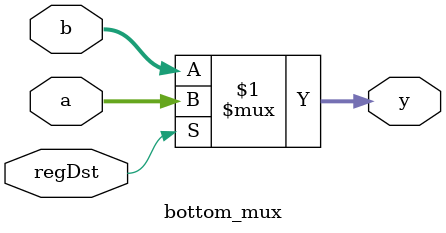
<source format=v>
`timescale 1ns/1ps

//                              -*- Mode: Verilog -*-
// Filename        : BOTTOM_MUX.v
// Description     : Inputs 5 bits 

// Authors         : Chris Glaubig, Ahmed Khayyat
// Created On      : 4/22/11

module bottom_mux (
   output wire [4:0] y,     // Output of Multiplexer
   input wire  [4:0] a,     // Input 1 of Multiplexer
                     b,     // Input 0 of Multiplexer
   input wire  regDst       // Select Input
   );
   
   assign	y = regDst ? a : b;
endmodule // mux

</source>
